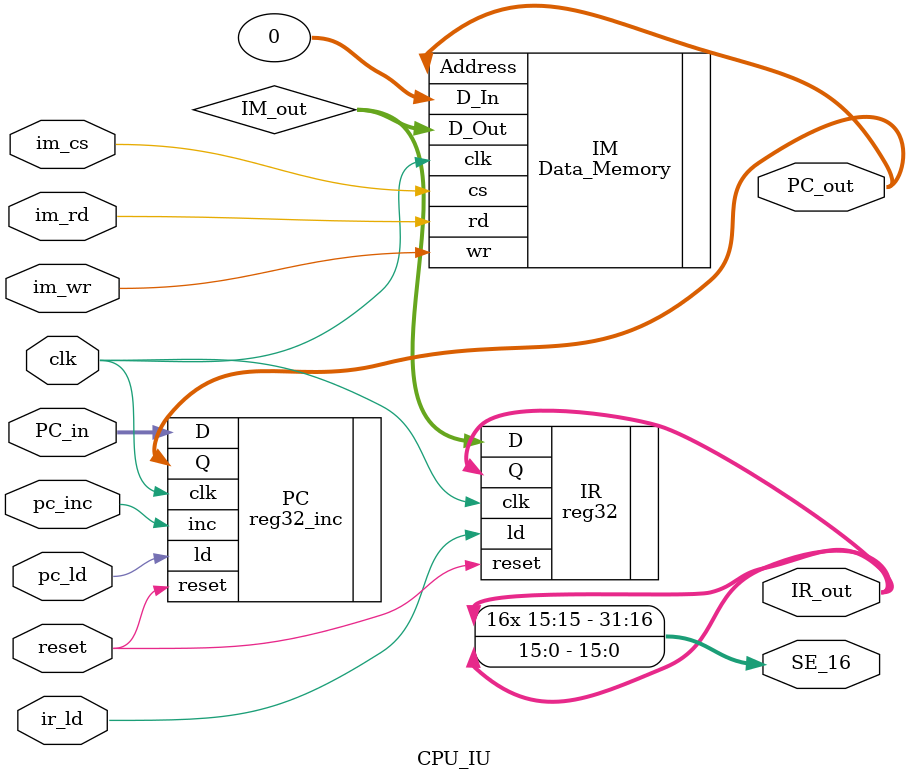
<source format=v>
`timescale 1ns / 1ps
/********************************************************************************
 *
 * Author:   Jesus Luciano & Rosswell Tiongco
 * Filename: CPU_IU.v
 * Date:     3/5/2019
 * Version:  1.0
 * 
 * Notes:    Instruction unit which contains a Program Counter, Instruction 
 *           Memory, Instruction Register and a sign extended output for
 *           immediate instructions.
 *
 *******************************************************************************/
module CPU_IU(clk, reset, im_cs, im_wr, im_rd, pc_ld, pc_inc, ir_ld, PC_in,
              PC_out, IR_out, SE_16);
              
    input         clk, reset, im_cs, im_wr, im_rd, pc_ld, pc_inc, ir_ld;
    input  [31:0] PC_in;
    
    output [31:0] PC_out, IR_out, SE_16;
    
    wire   [31:0] IM_out;
    
    //module reg32_inc(clk, reset, ld, inc, D, Q);
    reg32_inc   PC(.clk(clk), .reset(reset), .ld(pc_ld), .inc(pc_inc),
                 .D(PC_in), .Q(PC_out) );

    //instruction mem
    //module Data_Memory(clk, cs, wr, rd, Address, D_In, D_Out);
    Data_Memory IM(.clk(clk), .cs(im_cs), .wr(im_wr), .rd(im_rd),
                   .Address(PC_out), .D_In(32'h0), .D_Out(IM_out) );
    
    //module reg32(clk, reset, ld, D, Q);
    //ir
    reg32       IR(.clk(clk), .reset(reset), .ld(ir_ld), 
                   .D(IM_out), .Q(IR_out) );
    
    //sign externsion of IR for immediate values
    assign SE_16 = {{ 16{IR_out[15]}}, IR_out[15:0]};
    
    
endmodule

</source>
